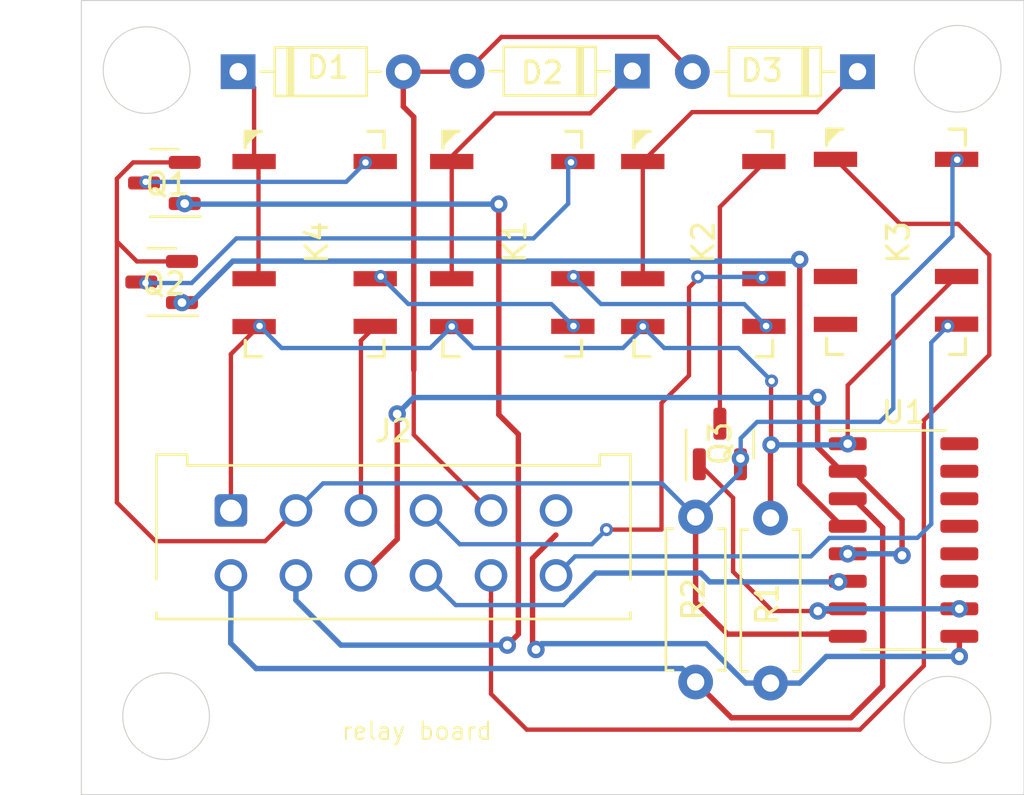
<source format=kicad_pcb>
(kicad_pcb (version 20221018) (generator pcbnew)
  (layers (0 "F.Cu" signal) (31 "B.Cu" signal) (34 "B.Paste" user) (35 "F.Paste" user) (36 "B.SilkS" user "B.Silkscreen") (37 "F.SilkS" user "F.Silkscreen") (38 "B.Mask" user) (39 "F.Mask" user) (44 "Edge.Cuts" user))
  (net 0 "")
  (net 1 "BMS Fault")
  (net 2 "+12V")
  (net 3 "IMD Fault")
  (net 4 "Net-(D1-K)")
  (net 5 "SW")
  (net 6 "Net-(D2-K)")
  (net 7 "Net-(D3-K)")
  (net 8 "GND")
  (net 9 "SDC 2")
  (net 10 "SDC 1")
  (net 11 "BSPD Fault")
  (net 12 "IMD_indicator")
  (net 13 "BMS_indicator")
  (net 14 "Net-(Q2-G)")
  (net 15 "Net-(Q3-G)")
  (net 16 "Net-(K1-Pad6)")
  (net 17 "Net-(K1-Pad5)")
  (net 18 "/Drain_IMD")
  (net 19 "/Drain_BMS")
  (net 20 "/Drain_BSPD")
  (net 22 "BMS_charge")
  (net 24 "BMS_power")
  (footprint "Diode_THT:D_DO-35_SOD27_P7.62mm_Horizontal" (layer "F.Cu") (at 122.86 84.5 180)
    (fp_text reference "D2" (at 4.1656 -0.0762) (layer "F.SilkS"))
    (fp_text value "1N4148")
    (fp_line (start 1.04 0) (end 1.69 0) (stroke (width 0.12)) (layer "F.SilkS"))
    (fp_line (start 1.69 -1.12) (end 1.69 1.12) (stroke (width 0.12)) (layer "F.SilkS"))
    (fp_line (start 1.69 1.12) (end 5.93 1.12) (stroke (width 0.12)) (layer "F.SilkS"))
    (fp_line (start 2.29 -1.12) (end 2.29 1.12) (stroke (width 0.12)) (layer "F.SilkS"))
    (fp_line (start 2.41 -1.12) (end 2.41 1.12) (stroke (width 0.12)) (layer "F.SilkS"))
    (fp_line (start 2.53 -1.12) (end 2.53 1.12) (stroke (width 0.12)) (layer "F.SilkS"))
    (fp_line (start 5.93 -1.12) (end 1.69 -1.12) (stroke (width 0.12)) (layer "F.SilkS"))
    (fp_line (start 5.93 1.12) (end 5.93 -1.12) (stroke (width 0.12)) (layer "F.SilkS"))
    (fp_line (start 6.58 0) (end 5.93 0) (stroke (width 0.12)) (layer "F.SilkS"))
    (pad "1" thru_hole rect (at 0 0 180) (size 1.6 1.6) (drill 0.8) (layers "*.Cu" "*.Mask") (net 6 "Net-(D2-K)"))
    (pad "2" thru_hole oval (at 7.62 0 180) (size 1.6 1.6) (drill 0.8) (layers "*.Cu" "*.Mask") (net 5 "SW"))
  )
  (footprint "Relay_SMD:Relay_DPDT_AXICOM_IMSeries_JLeg" (layer "F.Cu") (at 135.0264 92.3798)
    (fp_text reference "K3" (at 0.1016 0.0254 90) (layer "F.SilkS"))
    (fp_text value "1462043-4")
    (fp_line (start -3.2 -5.2) (end -3.2 -4.45) (stroke (width 0.15)) (layer "F.SilkS"))
    (fp_line (start -3.2 4.45) (end -3.2 5.2) (stroke (width 0.15)) (layer "F.SilkS"))
    (fp_line (start -3.2 5.2) (end -2.45 5.2) (stroke (width 0.15)) (layer "F.SilkS"))
    (fp_line (start -3.05 -5.2) (end -3.2 -5.05) (stroke (width 0.15)) (layer "F.SilkS"))
    (fp_line (start -2.9 -5.2) (end -3.2 -4.9) (stroke (width 0.15)) (layer "F.SilkS"))
    (fp_line (start -2.75 -5.2) (end -3.2 -4.75) (stroke (width 0.15)) (layer "F.SilkS"))
    (fp_line (start -2.6 -5.2) (end -3.2 -4.6) (stroke (width 0.15)) (layer "F.SilkS"))
    (fp_line (start -2.45 -5.2) (end -3.2 -5.2) (stroke (width 0.15)) (layer "F.SilkS"))
    (fp_line (start 2.45 -5.2) (end 3.2 -5.2) (stroke (width 0.15)) (layer "F.SilkS"))
    (fp_line (start 2.45 5.2) (end 3.2 5.2) (stroke (width 0.15)) (layer "F.SilkS"))
    (fp_line (start 3.2 -5.2) (end 3.2 -4.45) (stroke (width 0.15)) (layer "F.SilkS"))
    (fp_line (start 3.2 4.45) (end 3.2 5.2) (stroke (width 0.15)) (layer "F.SilkS"))
    (pad "1" smd rect (at -2.794 -3.81) (size 2 0.7) (layers "F.Cu" "F.Paste" "F.Mask") (net 24 "BMS_power"))
    (pad "3" smd rect (at -2.794 1.6) (size 2 0.7) (layers "F.Cu" "F.Paste" "F.Mask"))
    (pad "4" smd rect (at -2.794 3.81) (size 2 0.7) (layers "F.Cu" "F.Paste" "F.Mask"))
    (pad "5" smd rect (at 2.794 3.8) (size 2 0.7) (layers "F.Cu" "F.Paste" "F.Mask") (net 22 "BMS_charge"))
    (pad "6" smd rect (at 2.794 1.6) (size 2 0.7) (layers "F.Cu" "F.Paste" "F.Mask") (net 2 "+12V"))
    (pad "8" smd rect (at 2.794 -3.81) (size 2 0.7) (layers "F.Cu" "F.Paste" "F.Mask") (net 8 "GND"))
  )
  (footprint "Connector_Molex:Molex_Micro-Fit_3.0_43045-1212_2x06_P3.00mm_Vertical" (layer "F.Cu") (at 104.34 104.78)
    (fp_text reference "J2" (at 7.5 -3.67) (layer "F.SilkS"))
    (fp_text value "043045-1212")
    (fp_line (start -3.435 -2.58) (end -2.015 -2.58) (stroke (width 0.12)) (layer "F.SilkS"))
    (fp_line (start -3.435 3.18) (end -3.435 -2.58) (stroke (width 0.12)) (layer "F.SilkS"))
    (fp_line (start -3.435 4.7) (end -3.435 5.01) (stroke (width 0.12)) (layer "F.SilkS"))
    (fp_line (start -3.435 5.01) (end 18.435 5.01) (stroke (width 0.12)) (layer "F.SilkS"))
    (fp_line (start -2.015 -2.58) (end -2.015 -2.08) (stroke (width 0.12)) (layer "F.SilkS"))
    (fp_line (start -2.015 -2.08) (end 17.015 -2.08) (stroke (width 0.12)) (layer "F.SilkS"))
    (fp_line (start 17.015 -2.58) (end 18.435 -2.58) (stroke (width 0.12)) (layer "F.SilkS"))
    (fp_line (start 17.015 -2.08) (end 17.015 -2.58) (stroke (width 0.12)) (layer "F.SilkS"))
    (fp_line (start 18.435 -2.58) (end 18.435 3.18) (stroke (width 0.12)) (layer "F.SilkS"))
    (fp_line (start 18.435 5.01) (end 18.435 4.7) (stroke (width 0.12)) (layer "F.SilkS"))
    (pad "" np_thru_hole circle (at -3 3.94) (size 1 1) (drill 1) (layers "*.Cu" "*.Mask"))
    (pad "" np_thru_hole circle (at 18 3.94) (size 1 1) (drill 1) (layers "*.Cu" "*.Mask"))
    (pad "1" thru_hole roundrect (at 0 0) (size 1.5 1.5) (drill 1) (layers "*.Cu" "*.Mask") (roundrect_rratio 0.1666673333) (net 2 "+12V"))
    (pad "2" thru_hole circle (at 3 0) (size 1.5 1.5) (drill 1) (layers "*.Cu" "*.Mask") (net 8 "GND"))
    (pad "3" thru_hole circle (at 6 0) (size 1.5 1.5) (drill 1) (layers "*.Cu" "*.Mask") (net 10 "SDC 1"))
    (pad "4" thru_hole circle (at 9 0) (size 1.5 1.5) (drill 1) (layers "*.Cu" "*.Mask") (net 9 "SDC 2"))
    (pad "5" thru_hole circle (at 12 0) (size 1.5 1.5) (drill 1) (layers "*.Cu" "*.Mask") (net 5 "SW"))
    (pad "6" thru_hole circle (at 15 0) (size 1.5 1.5) (drill 1) (layers "*.Cu" "*.Mask") (net 1 "BMS Fault"))
    (pad "7" thru_hole circle (at 0 3) (size 1.5 1.5) (drill 1) (layers "*.Cu" "*.Mask") (net 3 "IMD Fault"))
    (pad "8" thru_hole circle (at 3 3) (size 1.5 1.5) (drill 1) (layers "*.Cu" "*.Mask") (net 11 "BSPD Fault"))
    (pad "9" thru_hole circle (at 6 3) (size 1.5 1.5) (drill 1) (layers "*.Cu" "*.Mask") (net 12 "IMD_indicator"))
    (pad "10" thru_hole circle (at 9 3) (size 1.5 1.5) (drill 1) (layers "*.Cu" "*.Mask") (net 13 "BMS_indicator"))
    (pad "11" thru_hole circle (at 12 3) (size 1.5 1.5) (drill 1) (layers "*.Cu" "*.Mask") (net 24 "BMS_power"))
    (pad "12" thru_hole circle (at 15 3) (size 1.5 1.5) (drill 1) (layers "*.Cu" "*.Mask") (net 22 "BMS_charge"))
  )
  (footprint "Diode_THT:D_DO-35_SOD27_P7.62mm_Horizontal" (layer "F.Cu") (at 104.6736 84.5254)
    (fp_text reference "D1" (at 4.1402 -0.2032) (layer "F.SilkS"))
    (fp_text value "1N4148")
    (fp_line (start 1.04 0) (end 1.69 0) (stroke (width 0.12)) (layer "F.SilkS"))
    (fp_line (start 1.69 -1.12) (end 1.69 1.12) (stroke (width 0.12)) (layer "F.SilkS"))
    (fp_line (start 1.69 1.12) (end 5.93 1.12) (stroke (width 0.12)) (layer "F.SilkS"))
    (fp_line (start 2.29 -1.12) (end 2.29 1.12) (stroke (width 0.12)) (layer "F.SilkS"))
    (fp_line (start 2.41 -1.12) (end 2.41 1.12) (stroke (width 0.12)) (layer "F.SilkS"))
    (fp_line (start 2.53 -1.12) (end 2.53 1.12) (stroke (width 0.12)) (layer "F.SilkS"))
    (fp_line (start 5.93 -1.12) (end 1.69 -1.12) (stroke (width 0.12)) (layer "F.SilkS"))
    (fp_line (start 5.93 1.12) (end 5.93 -1.12) (stroke (width 0.12)) (layer "F.SilkS"))
    (fp_line (start 6.58 0) (end 5.93 0) (stroke (width 0.12)) (layer "F.SilkS"))
    (pad "1" thru_hole rect (at 0 0) (size 1.6 1.6) (drill 0.8) (layers "*.Cu" "*.Mask") (net 4 "Net-(D1-K)"))
    (pad "2" thru_hole oval (at 7.62 0) (size 1.6 1.6) (drill 0.8) (layers "*.Cu" "*.Mask") (net 5 "SW"))
  )
  (footprint "Resistor_THT:R_Axial_DIN0207_L6.3mm_D2.5mm_P7.62mm_Horizontal" (layer "F.Cu") (at 125.7808 112.6998 90)
    (fp_text reference "R2" (at 3.81 -0.1016 90) (layer "F.SilkS"))
    (fp_text value "2.2k")
    (fp_line (start 0.54 -1.37) (end 7.08 -1.37) (stroke (width 0.12)) (layer "F.SilkS"))
    (fp_line (start 0.54 -1.04) (end 0.54 -1.37) (stroke (width 0.12)) (layer "F.SilkS"))
    (fp_line (start 0.54 1.04) (end 0.54 1.37) (stroke (width 0.12)) (layer "F.SilkS"))
    (fp_line (start 0.54 1.37) (end 7.08 1.37) (stroke (width 0.12)) (layer "F.SilkS"))
    (fp_line (start 7.08 -1.37) (end 7.08 -1.04) (stroke (width 0.12)) (layer "F.SilkS"))
    (fp_line (start 7.08 1.37) (end 7.08 1.04) (stroke (width 0.12)) (layer "F.SilkS"))
    (pad "1" thru_hole circle (at 0 0 90) (size 1.6 1.6) (drill 0.8) (layers "*.Cu" "*.Mask") (net 3 "IMD Fault"))
    (pad "2" thru_hole oval (at 7.62 0 90) (size 1.6 1.6) (drill 0.8) (layers "*.Cu" "*.Mask") (net 8 "GND"))
  )
  (footprint "Relay_SMD:Relay_DPDT_AXICOM_IMSeries_JLeg" (layer "F.Cu") (at 117.3226 92.4814)
    (fp_text reference "K1" (at 0.127 -0.1016 90) (layer "F.SilkS"))
    (fp_text value "1462043-4")
    (fp_line (start -3.2 -5.2) (end -3.2 -4.45) (stroke (width 0.15)) (layer "F.SilkS"))
    (fp_line (start -3.2 4.45) (end -3.2 5.2) (stroke (width 0.15)) (layer "F.SilkS"))
    (fp_line (start -3.2 5.2) (end -2.45 5.2) (stroke (width 0.15)) (layer "F.SilkS"))
    (fp_line (start -3.05 -5.2) (end -3.2 -5.05) (stroke (width 0.15)) (layer "F.SilkS"))
    (fp_line (start -2.9 -5.2) (end -3.2 -4.9) (stroke (width 0.15)) (layer "F.SilkS"))
    (fp_line (start -2.75 -5.2) (end -3.2 -4.75) (stroke (width 0.15)) (layer "F.SilkS"))
    (fp_line (start -2.6 -5.2) (end -3.2 -4.6) (stroke (width 0.15)) (layer "F.SilkS"))
    (fp_line (start -2.45 -5.2) (end -3.2 -5.2) (stroke (width 0.15)) (layer "F.SilkS"))
    (fp_line (start 2.45 -5.2) (end 3.2 -5.2) (stroke (width 0.15)) (layer "F.SilkS"))
    (fp_line (start 2.45 5.2) (end 3.2 5.2) (stroke (width 0.15)) (layer "F.SilkS"))
    (fp_line (start 3.2 -5.2) (end 3.2 -4.45) (stroke (width 0.15)) (layer "F.SilkS"))
    (fp_line (start 3.2 4.45) (end 3.2 5.2) (stroke (width 0.15)) (layer "F.SilkS"))
    (pad "1" smd rect (at -2.794 -3.81) (size 2 0.7) (layers "F.Cu" "F.Paste" "F.Mask") (net 6 "Net-(D2-K)"))
    (pad "3" smd rect (at -2.794 1.6) (size 2 0.7) (layers "F.Cu" "F.Paste" "F.Mask") (net 6 "Net-(D2-K)"))
    (pad "4" smd rect (at -2.794 3.81) (size 2 0.7) (layers "F.Cu" "F.Paste" "F.Mask") (net 2 "+12V"))
    (pad "5" smd rect (at 2.794 3.8) (size 2 0.7) (layers "F.Cu" "F.Paste" "F.Mask") (net 17 "Net-(K1-Pad5)"))
    (pad "6" smd rect (at 2.794 1.6) (size 2 0.7) (layers "F.Cu" "F.Paste" "F.Mask") (net 16 "Net-(K1-Pad6)"))
    (pad "8" smd rect (at 2.794 -3.81) (size 2 0.7) (layers "F.Cu" "F.Paste" "F.Mask") (net 18 "/Drain_IMD"))
  )
  (footprint "Package_SO:SO-16_3.9x9.9mm_P1.27mm" (layer "F.Cu") (at 135.3724 106.1466)
    (fp_text reference "U1" (at 0 -5.9) (layer "F.SilkS"))
    (fp_text value "HEF4049B")
    (fp_line (start 0 -5.06) (end -3.45 -5.06) (stroke (width 0.12)) (layer "F.SilkS"))
    (fp_line (start 0 -5.06) (end 1.95 -5.06) (stroke (width 0.12)) (layer "F.SilkS"))
    (fp_line (start 0 5.06) (end -1.95 5.06) (stroke (width 0.12)) (layer "F.SilkS"))
    (fp_line (start 0 5.06) (end 1.95 5.06) (stroke (width 0.12)) (layer "F.SilkS"))
    (pad "1" smd roundrect (at -2.575 -4.445) (size 1.75 0.6) (layers "F.Cu" "F.Paste" "F.Mask") (net 2 "+12V"))
    (pad "2" smd roundrect (at -2.575 -3.175) (size 1.75 0.6) (layers "F.Cu" "F.Paste" "F.Mask") (net 12 "IMD_indicator"))
    (pad "3" smd roundrect (at -2.575 -1.905) (size 1.75 0.6) (layers "F.Cu" "F.Paste" "F.Mask") (net 3 "IMD Fault"))
    (pad "4" smd roundrect (at -2.575 -0.635) (size 1.75 0.6) (layers "F.Cu" "F.Paste" "F.Mask") (net 14 "Net-(Q2-G)"))
    (pad "5" smd roundrect (at -2.575 0.635) (size 1.75 0.6) (layers "F.Cu" "F.Paste" "F.Mask") (net 12 "IMD_indicator"))
    (pad "6" smd roundrect (at -2.575 1.905) (size 1.75 0.6) (layers "F.Cu" "F.Paste" "F.Mask") (net 13 "BMS_indicator"))
    (pad "7" smd roundrect (at -2.575 3.175) (size 1.75 0.6) (layers "F.Cu" "F.Paste" "F.Mask") (net 15 "Net-(Q3-G)"))
    (pad "8" smd roundrect (at -2.575 4.445) (size 1.75 0.6) (layers "F.Cu" "F.Paste" "F.Mask") (net 8 "GND"))
    (pad "9" smd roundrect (at 2.575 4.445) (size 1.75 0.6) (layers "F.Cu" "F.Paste" "F.Mask") (net 1 "BMS Fault"))
    (pad "10" smd roundrect (at 2.575 3.175) (size 1.75 0.6) (layers "F.Cu" "F.Paste" "F.Mask") (net 15 "Net-(Q3-G)"))
    (pad "11" smd roundrect (at 2.575 1.905) (size 1.75 0.6) (layers "F.Cu" "F.Paste" "F.Mask"))
    (pad "12" smd roundrect (at 2.575 0.635) (size 1.75 0.6) (layers "F.Cu" "F.Paste" "F.Mask"))
    (pad "13" smd roundrect (at 2.575 -0.635) (size 1.75 0.6) (layers "F.Cu" "F.Paste" "F.Mask"))
    (pad "14" smd roundrect (at 2.575 -1.905) (size 1.75 0.6) (layers "F.Cu" "F.Paste" "F.Mask"))
    (pad "15" smd roundrect (at 2.575 -3.175) (size 1.75 0.6) (layers "F.Cu" "F.Paste" "F.Mask"))
    (pad "16" smd roundrect (at 2.575 -4.445) (size 1.75 0.6) (layers "F.Cu" "F.Paste" "F.Mask"))
  )
  (footprint "Relay_SMD:Relay_DPDT_AXICOM_IMSeries_JLeg" (layer "F.Cu") (at 126.1364 92.4814)
    (fp_text reference "K2" (at 0 -0.0762 90) (layer "F.SilkS"))
    (fp_text value "1462043-4" hide)
    (fp_line (start -3.2 -5.2) (end -3.2 -4.45) (stroke (width 0.15)) (layer "F.SilkS"))
    (fp_line (start -3.2 4.45) (end -3.2 5.2) (stroke (width 0.15)) (layer "F.SilkS"))
    (fp_line (start -3.2 5.2) (end -2.45 5.2) (stroke (width 0.15)) (layer "F.SilkS"))
    (fp_line (start -3.05 -5.2) (end -3.2 -5.05) (stroke (width 0.15)) (layer "F.SilkS"))
    (fp_line (start -2.9 -5.2) (end -3.2 -4.9) (stroke (width 0.15)) (layer "F.SilkS"))
    (fp_line (start -2.75 -5.2) (end -3.2 -4.75) (stroke (width 0.15)) (layer "F.SilkS"))
    (fp_line (start -2.6 -5.2) (end -3.2 -4.6) (stroke (width 0.15)) (layer "F.SilkS"))
    (fp_line (start -2.45 -5.2) (end -3.2 -5.2) (stroke (width 0.15)) (layer "F.SilkS"))
    (fp_line (start 2.45 -5.2) (end 3.2 -5.2) (stroke (width 0.15)) (layer "F.SilkS"))
    (fp_line (start 2.45 5.2) (end 3.2 5.2) (stroke (width 0.15)) (layer "F.SilkS"))
    (fp_line (start 3.2 -5.2) (end 3.2 -4.45) (stroke (width 0.15)) (layer "F.SilkS"))
    (fp_line (start 3.2 4.45) (end 3.2 5.2) (stroke (width 0.15)) (layer "F.SilkS"))
    (pad "1" smd rect (at -2.794 -3.81) (size 2 0.7) (layers "F.Cu" "F.Paste" "F.Mask") (net 7 "Net-(D3-K)"))
    (pad "3" smd rect (at -2.794 1.6) (size 2 0.7) (layers "F.Cu" "F.Paste" "F.Mask") (net 7 "Net-(D3-K)"))
    (pad "4" smd rect (at -2.794 3.81) (size 2 0.7) (layers "F.Cu" "F.Paste" "F.Mask") (net 2 "+12V"))
    (pad "5" smd rect (at 2.794 3.8) (size 2 0.7) (layers "F.Cu" "F.Paste" "F.Mask") (net 16 "Net-(K1-Pad6)"))
    (pad "6" smd rect (at 2.794 1.6) (size 2 0.7) (layers "F.Cu" "F.Paste" "F.Mask") (net 9 "SDC 2"))
    (pad "8" smd rect (at 2.794 -3.81) (size 2 0.7) (layers "F.Cu" "F.Paste" "F.Mask") (net 19 "/Drain_BMS"))
  )
  (footprint "Package_TO_SOT_SMD:SOT-23" (layer "F.Cu") (at 101.1451 94.234 180)
    (fp_text reference "Q2" (at -0.1039 -0.0762) (layer "F.SilkS"))
    (fp_text value "PJA3412_R1_00001")
    (fp_line (start 0 -1.56) (end -1.675 -1.56) (stroke (width 0.12)) (layer "F.SilkS"))
    (fp_line (start 0 -1.56) (end 0.65 -1.56) (stroke (width 0.12)) (layer "F.SilkS"))
    (fp_line (start 0 1.56) (end -0.65 1.56) (stroke (width 0.12)) (layer "F.SilkS"))
    (fp_line (start 0 1.56) (end 0.65 1.56) (stroke (width 0.12)) (layer "F.SilkS"))
    (pad "1" smd roundrect (at -0.9375 -0.95 180) (size 1.475 0.6) (layers "F.Cu" "F.Paste" "F.Mask") (net 14 "Net-(Q2-G)"))
    (pad "2" smd roundrect (at -0.9375 0.95 180) (size 1.475 0.6) (layers "F.Cu" "F.Paste" "F.Mask") (net 8 "GND"))
    (pad "3" smd roundrect (at 0.9375 0 180) (size 1.475 0.6) (layers "F.Cu" "F.Paste" "F.Mask") (net 18 "/Drain_IMD"))
  )
  (footprint "Package_TO_SOT_SMD:SOT-23" (layer "F.Cu") (at 126.9 101.7125 90)
    (fp_text reference "Q3" (at 0.0254 0.0102 90) (layer "F.SilkS"))
    (fp_text value "PJA3412_R1_00001")
    (fp_line (start 0 -1.56) (end -1.675 -1.56) (stroke (width 0.12)) (layer "F.SilkS"))
    (fp_line (start 0 -1.56) (end 0.65 -1.56) (stroke (width 0.12)) (layer "F.SilkS"))
    (fp_line (start 0 1.56) (end -0.65 1.56) (stroke (width 0.12)) (layer "F.SilkS"))
    (fp_line (start 0 1.56) (end 0.65 1.56) (stroke (width 0.12)) (layer "F.SilkS"))
    (pad "1" smd roundrect (at -0.9375 -0.95 90) (size 1.475 0.6) (layers "F.Cu" "F.Paste" "F.Mask") (net 15 "Net-(Q3-G)"))
    (pad "2" smd roundrect (at -0.9375 0.95 90) (size 1.475 0.6) (layers "F.Cu" "F.Paste" "F.Mask") (net 8 "GND"))
    (pad "3" smd roundrect (at 0.9375 0 90) (size 1.475 0.6) (layers "F.Cu" "F.Paste" "F.Mask") (net 19 "/Drain_BMS"))
  )
  (footprint "Relay_SMD:Relay_DPDT_AXICOM_IMSeries_JLeg" (layer "F.Cu") (at 108.204 92.4814)
    (fp_text reference "K4" (at 0.1016 -0.0762 90) (layer "F.SilkS"))
    (fp_text value "1462043-4")
    (fp_line (start -3.2 -5.2) (end -3.2 -4.45) (stroke (width 0.15)) (layer "F.SilkS"))
    (fp_line (start -3.2 4.45) (end -3.2 5.2) (stroke (width 0.15)) (layer "F.SilkS"))
    (fp_line (start -3.2 5.2) (end -2.45 5.2) (stroke (width 0.15)) (layer "F.SilkS"))
    (fp_line (start -3.05 -5.2) (end -3.2 -5.05) (stroke (width 0.15)) (layer "F.SilkS"))
    (fp_line (start -2.9 -5.2) (end -3.2 -4.9) (stroke (width 0.15)) (layer "F.SilkS"))
    (fp_line (start -2.75 -5.2) (end -3.2 -4.75) (stroke (width 0.15)) (layer "F.SilkS"))
    (fp_line (start -2.6 -5.2) (end -3.2 -4.6) (stroke (width 0.15)) (layer "F.SilkS"))
    (fp_line (start -2.45 -5.2) (end -3.2 -5.2) (stroke (width 0.15)) (layer "F.SilkS"))
    (fp_line (start 2.45 -5.2) (end 3.2 -5.2) (stroke (width 0.15)) (layer "F.SilkS"))
    (fp_line (start 2.45 5.2) (end 3.2 5.2) (stroke (width 0.15)) (layer "F.SilkS"))
    (fp_line (start 3.2 -5.2) (end 3.2 -4.45) (stroke (width 0.15)) (layer "F.SilkS"))
    (fp_line (start 3.2 4.45) (end 3.2 5.2) (stroke (width 0.15)) (layer "F.SilkS"))
    (pad "1" smd rect (at -2.794 -3.81) (size 2 0.7) (layers "F.Cu" "F.Paste" "F.Mask") (net 4 "Net-(D1-K)"))
    (pad "3" smd rect (at -2.794 1.6) (size 2 0.7) (layers "F.Cu" "F.Paste" "F.Mask") (net 4 "Net-(D1-K)"))
    (pad "4" smd rect (at -2.794 3.81) (size 2 0.7) (layers "F.Cu" "F.Paste" "F.Mask") (net 2 "+12V"))
    (pad "5" smd rect (at 2.794 3.8) (size 2 0.7) (layers "F.Cu" "F.Paste" "F.Mask") (net 10 "SDC 1"))
    (pad "6" smd rect (at 2.794 1.6) (size 2 0.7) (layers "F.Cu" "F.Paste" "F.Mask") (net 17 "Net-(K1-Pad5)"))
    (pad "8" smd rect (at 2.794 -3.81) (size 2 0.7) (layers "F.Cu" "F.Paste" "F.Mask") (net 20 "/Drain_BSPD"))
  )
  (footprint "Package_TO_SOT_SMD:SOT-23" (layer "F.Cu") (at 101.2698 89.662 180)
    (fp_text reference "Q1" (at -0.127 -0.0508) (layer "F.SilkS"))
    (fp_text value "PJA3412_R1_00001")
    (fp_line (start 0 -1.56) (end -1.675 -1.56) (stroke (width 0.12)) (layer "F.SilkS"))
    (fp_line (start 0 -1.56) (end 0.65 -1.56) (stroke (width 0.12)) (layer "F.SilkS"))
    (fp_line (start 0 1.56) (end -0.65 1.56) (stroke (width 0.12)) (layer "F.SilkS"))
    (fp_line (start 0 1.56) (end 0.65 1.56) (stroke (width 0.12)) (layer "F.SilkS"))
    (pad "1" smd roundrect (at -0.9375 -0.95 180) (size 1.475 0.6) (layers "F.Cu" "F.Paste" "F.Mask") (net 11 "BSPD Fault"))
    (pad "2" smd roundrect (at -0.9375 0.95 180) (size 1.475 0.6) (layers "F.Cu" "F.Paste" "F.Mask") (net 8 "GND"))
    (pad "3" smd roundrect (at 0.9375 0 180) (size 1.475 0.6) (layers "F.Cu" "F.Paste" "F.Mask") (net 20 "/Drain_BSPD"))
  )
  (footprint "Diode_THT:D_DO-35_SOD27_P7.62mm_Horizontal" (layer "F.Cu") (at 133.2486 84.5254 180)
    (fp_text reference "D3" (at 4.4196 0.0508) (layer "F.SilkS"))
    (fp_text value "1N4148")
    (fp_line (start 1.04 0) (end 1.69 0) (stroke (width 0.12)) (layer "F.SilkS"))
    (fp_line (start 1.69 -1.12) (end 1.69 1.12) (stroke (width 0.12)) (layer "F.SilkS"))
    (fp_line (start 1.69 1.12) (end 5.93 1.12) (stroke (width 0.12)) (layer "F.SilkS"))
    (fp_line (start 2.29 -1.12) (end 2.29 1.12) (stroke (width 0.12)) (layer "F.SilkS"))
    (fp_line (start 2.41 -1.12) (end 2.41 1.12) (stroke (width 0.12)) (layer "F.SilkS"))
    (fp_line (start 2.53 -1.12) (end 2.53 1.12) (stroke (width 0.12)) (layer "F.SilkS"))
    (fp_line (start 5.93 -1.12) (end 1.69 -1.12) (stroke (width 0.12)) (layer "F.SilkS"))
    (fp_line (start 5.93 1.12) (end 5.93 -1.12) (stroke (width 0.12)) (layer "F.SilkS"))
    (fp_line (start 6.58 0) (end 5.93 0) (stroke (width 0.12)) (layer "F.SilkS"))
    (pad "1" thru_hole rect (at 0 0 180) (size 1.6 1.6) (drill 0.8) (layers "*.Cu" "*.Mask") (net 7 "Net-(D3-K)"))
    (pad "2" thru_hole oval (at 7.62 0 180) (size 1.6 1.6) (drill 0.8) (layers "*.Cu" "*.Mask") (net 5 "SW"))
  )
  (footprint "Resistor_THT:R_Axial_DIN0207_L6.3mm_D2.5mm_P7.62mm_Horizontal" (layer "F.Cu") (at 129.2352 112.7506 90)
    (fp_text reference "R1" (at 3.6576 -0.1524 90) (layer "F.SilkS"))
    (fp_text value "2.2k")
    (fp_line (start 0.54 -1.37) (end 7.08 -1.37) (stroke (width 0.12)) (layer "F.SilkS"))
    (fp_line (start 0.54 -1.04) (end 0.54 -1.37) (stroke (width 0.12)) (layer "F.SilkS"))
    (fp_line (start 0.54 1.04) (end 0.54 1.37) (stroke (width 0.12)) (layer "F.SilkS"))
    (fp_line (start 0.54 1.37) (end 7.08 1.37) (stroke (width 0.12)) (layer "F.SilkS"))
    (fp_line (start 7.08 -1.37) (end 7.08 -1.04) (stroke (width 0.12)) (layer "F.SilkS"))
    (fp_line (start 7.08 1.37) (end 7.08 1.04) (stroke (width 0.12)) (layer "F.SilkS"))
    (pad "1" thru_hole circle (at 0 0 90) (size 1.6 1.6) (drill 0.8) (layers "*.Cu" "*.Mask") (net 1 "BMS Fault"))
    (pad "2" thru_hole oval (at 7.62 0 90) (size 1.6 1.6) (drill 0.8) (layers "*.Cu" "*.Mask") (net 2 "+12V"))
  )
  (gr_circle (center 137.87 84.39) (end 139.87 84.39) (stroke (width 0.05)) (fill none) (layer "Edge.Cuts"))
  (gr_circle (center 137.4 114.44) (end 139.4 114.44) (stroke (width 0.05)) (fill none) (layer "Edge.Cuts"))
  (gr_rect (start 97.44 81.24) (end 140.93 117.9) (stroke (width 0.05)) (fill none) (layer "Edge.Cuts"))
  (gr_circle (center 101.35 114.28) (end 103.35 114.28) (stroke (width 0.05)) (fill none) (layer "Edge.Cuts"))
  (gr_circle (center 100.45 84.45) (end 102.45 84.45) (stroke (width 0.05)) (fill none) (layer "Edge.Cuts"))
  (gr_text "relay board" (at 109.39 115.43) (layer "F.SilkS") (effects (font (size 0.8 0.8) (thickness 0.1)) (justify left bottom)))
  (segment (start 118.257 106.9902) (end 118.257 111.0434) (width 0.25) (layer "F.Cu") (net 1))
  (segment (start 118.257 111.0434) (end 118.4148 111.2012) (width 0.25) (layer "F.Cu") (net 1))
  (segment (start 119.332 105.9152) (end 118.257 106.9902) (width 0.25) (layer "F.Cu") (net 1))
  (segment (start 137.9474 111.52) (end 137.9474 110.5916) (width 0.25) (layer "F.Cu") (net 1))
  (via (at 118.4148 111.2012) (size 0.8) (drill 0.4) (layers "F.Cu" "B.Cu") (net 1))
  (via (at 137.9474 111.52) (size 0.8) (drill 0.4) (layers "F.Cu" "B.Cu") (net 1))
  (segment (start 128.0906 112.7506) (end 126.27 110.93) (width 0.25) (layer "B.Cu") (net 1))
  (segment (start 129.2352 112.7506) (end 128.0906 112.7506) (width 0.25) (layer "B.Cu") (net 1))
  (segment (start 137.9474 111.52) (end 131.81 111.52) (width 0.25) (layer "B.Cu") (net 1))
  (segment (start 131.81 111.52) (end 130.5794 112.7506) (width 0.25) (layer "B.Cu") (net 1))
  (segment (start 130.5794 112.7506) (end 129.2352 112.7506) (width 0.25) (layer "B.Cu") (net 1))
  (segment (start 126.27 110.93) (end 118.686 110.93) (width 0.25) (layer "B.Cu") (net 1))
  (segment (start 118.686 110.93) (end 118.4148 111.2012) (width 0.25) (layer "B.Cu") (net 1))
  (segment (start 104.34 104.78) (end 104.34 97.5646) (width 0.2) (layer "F.Cu") (net 2))
  (segment (start 105.6386 96.266) (end 105.664 96.266) (width 0.2) (layer "F.Cu") (net 2))
  (segment (start 129.286 98.806) (end 129.2606 98.8314) (width 0.2) (layer "F.Cu") (net 2))
  (segment (start 132.7974 101.7016) (end 132.7974 99.0028) (width 0.2) (layer "F.Cu") (net 2))
  (segment (start 129.2352 101.7778) (end 129.2606 101.7524) (width 0.25) (layer "F.Cu") (net 2))
  (segment (start 104.332 97.5726) (end 104.4673 97.4373) (width 0.2) (layer "F.Cu") (net 2))
  (segment (start 129.2352 105.1306) (end 129.2352 101.7778) (width 0.25) (layer "F.Cu") (net 2))
  (segment (start 104.34 97.5646) (end 104.4673 97.4373) (width 0.2) (layer "F.Cu") (net 2))
  (segment (start 129.2606 98.8314) (end 129.2606 101.7524) (width 0.2) (layer "F.Cu") (net 2))
  (segment (start 105.664 96.266) (end 105.664 96.2406) (width 0.2) (layer "F.Cu") (net 2))
  (segment (start 105.664 96.2406) (end 105.6132 96.2914) (width 0.2) (layer "F.Cu") (net 2))
  (segment (start 104.4673 97.4373) (end 105.6386 96.266) (width 0.2) (layer "F.Cu") (net 2))
  (segment (start 132.7974 99.0028) (end 137.8204 93.9798) (width 0.2) (layer "F.Cu") (net 2))
  (via (at 114.5286 96.2914) (size 0.6) (drill 0.3) (layers "F.Cu" "B.Cu") (net 2))
  (via (at 132.7974 101.7016) (size 0.8) (drill 0.4) (layers "F.Cu" "B.Cu") (net 2))
  (via (at 105.664 96.266) (size 0.6) (drill 0.3) (layers "F.Cu" "B.Cu") (net 2))
  (via (at 129.286 98.806) (size 0.6) (drill 0.3) (layers "F.Cu" "B.Cu") (net 2))
  (via (at 123.3424 96.2914) (size 0.6) (drill 0.3) (layers "F.Cu" "B.Cu") (net 2))
  (via (at 129.2606 101.7524) (size 0.8) (drill 0.4) (layers "F.Cu" "B.Cu") (net 2))
  (segment (start 129.2606 101.7524) (end 132.7466 101.7524) (width 0.25) (layer "B.Cu") (net 2))
  (segment (start 127.762 97.282) (end 124.333 97.282) (width 0.2) (layer "B.Cu") (net 2))
  (segment (start 129.286 98.806) (end 127.762 97.282) (width 0.2) (layer "B.Cu") (net 2))
  (segment (start 105.664 96.266) (end 106.68 97.282) (width 0.2) (layer "B.Cu") (net 2))
  (segment (start 115.5192 97.282) (end 122.428 97.282) (width 0.2) (layer "B.Cu") (net 2))
  (segment (start 124.333 97.282) (end 123.3424 96.2914) (width 0.2) (layer "B.Cu") (net 2))
  (segment (start 123.3424 96.3676) (end 123.3424 96.2914) (width 0.2) (layer "B.Cu") (net 2))
  (segment (start 113.538 97.282) (end 114.5286 96.2914) (width 0.2) (layer "B.Cu") (net 2))
  (segment (start 122.428 97.282) (end 123.3424 96.3676) (width 0.2) (layer "B.Cu") (net 2))
  (segment (start 114.5286 96.2914) (end 115.5192 97.282) (width 0.2) (layer "B.Cu") (net 2))
  (segment (start 106.68 97.282) (end 113.538 97.282) (width 0.2) (layer "B.Cu") (net 2))
  (segment (start 134.41 112.88) (end 134.41 105.577449) (width 0.25) (layer "F.Cu") (net 3))
  (segment (start 132.94 114.35) (end 134.41 112.88) (width 0.25) (layer "F.Cu") (net 3))
  (segment (start 133.074151 104.2416) (end 132.7974 104.2416) (width 0.25) (layer "F.Cu") (net 3))
  (segment (start 127.431 114.35) (end 132.94 114.35) (width 0.25) (layer "F.Cu") (net 3))
  (segment (start 134.41 105.577449) (end 133.074151 104.2416) (width 0.25) (layer "F.Cu") (net 3))
  (segment (start 125.7808 112.6998) (end 127.431 114.35) (width 0.25) (layer "F.Cu") (net 3))
  (segment (start 104.34 107.78) (end 104.34 110.002) (width 0.25) (layer "B.Cu") (net 3))
  (segment (start 104.332 110.01) (end 104.332 110.912) (width 0.25) (layer "B.Cu") (net 3))
  (segment (start 105.5 112.08) (end 125.161 112.08) (width 0.25) (layer "B.Cu") (net 3))
  (segment (start 125.161 112.08) (end 125.7808 112.6998) (width 0.25) (layer "B.Cu") (net 3))
  (segment (start 104.34 110.002) (end 104.332 110.01) (width 0.2) (layer "B.Cu") (net 3))
  (segment (start 104.332 110.912) (end 105.5 112.08) (width 0.25) (layer "B.Cu") (net 3))
  (segment (start 104.6736 84.5254) (end 105.41 85.2618) (width 0.2) (layer "F.Cu") (net 4))
  (segment (start 105.6132 88.6714) (end 105.6132 94.0814) (width 0.2) (layer "F.Cu") (net 4))
  (segment (start 105.41 85.2618) (end 105.41 88.6714) (width 0.2) (layer "F.Cu") (net 4))
  (segment (start 124.0232 82.92) (end 125.6286 84.5254) (width 0.2) (layer "F.Cu") (net 5))
  (segment (start 116.82 82.92) (end 124.0232 82.92) (width 0.2) (layer "F.Cu") (net 5))
  (segment (start 112.2936 84.5254) (end 115.2146 84.5254) (width 0.2) (layer "F.Cu") (net 5))
  (segment (start 115.2146 84.5254) (end 115.24 84.5) (width 0.2) (layer "F.Cu") (net 5))
  (segment (start 112.2936 86.1316) (end 112.776 86.614) (width 0.25) (layer "F.Cu") (net 5))
  (segment (start 116.332 104.842) (end 112.776 101.286) (width 0.2) (layer "F.Cu") (net 5))
  (segment (start 112.776 98.298) (end 112.776 86.614) (width 0.25) (layer "F.Cu") (net 5))
  (segment (start 112.2936 84.5254) (end 112.2936 86.1316) (width 0.25) (layer "F.Cu") (net 5))
  (segment (start 115.24 84.5) (end 116.82 82.92) (width 0.2) (layer "F.Cu") (net 5))
  (segment (start 112.776 101.286) (end 112.776 98.298) (width 0.2) (layer "F.Cu") (net 5))
  (segment (start 115.24 84.5) (end 115.3162 84.5) (width 0.2) (layer "B.Cu") (net 5))
  (segment (start 116.51 86.45) (end 120.91 86.45) (width 0.2) (layer "F.Cu") (net 6))
  (segment (start 114.5286 88.4314) (end 116.51 86.45) (width 0.2) (layer "F.Cu") (net 6))
  (segment (start 114.5286 88.6714) (end 114.5286 88.4314) (width 0.2) (layer "F.Cu") (net 6))
  (segment (start 120.91 86.45) (end 122.86 84.5) (width 0.2) (layer "F.Cu") (net 6))
  (segment (start 122.86 84.5) (end 122.86 85.135) (width 0.2) (layer "F.Cu") (net 6))
  (segment (start 114.5286 88.6714) (end 114.5286 94.0814) (width 0.2) (layer "F.Cu") (net 6))
  (segment (start 123.3424 88.6714) (end 123.3424 94.0814) (width 0.2) (layer "F.Cu") (net 7))
  (segment (start 125.6238 86.39) (end 131.39 86.39) (width 0.2) (layer "F.Cu") (net 7))
  (segment (start 123.3424 88.6714) (end 125.6238 86.39) (width 0.2) (layer "F.Cu") (net 7))
  (segment (start 131.39 86.39) (end 131.39 86.384) (width 0.2) (layer "F.Cu") (net 7))
  (segment (start 131.39 86.384) (end 133.2486 84.5254) (width 0.2) (layer "F.Cu") (net 7))
  (segment (start 100.004 93.284) (end 102.0826 93.284) (width 0.2) (layer "F.Cu") (net 8))
  (segment (start 99.08 89.46) (end 99.08 92.36) (width 0.2) (layer "F.Cu") (net 8))
  (segment (start 125.7808 105.0798) (end 125.7808 109.0168) (width 0.25) (layer "F.Cu") (net 8))
  (segment (start 102.2073 88.712) (end 99.828 88.712) (width 0.2) (layer "F.Cu") (net 8))
  (segment (start 100.866 106.2) (end 99.08 104.414) (width 0.2) (layer "F.Cu") (net 8))
  (segment (start 99.08 92.36) (end 100.004 93.284) (width 0.2) (layer "F.Cu") (net 8))
  (segment (start 107.34 104.78) (end 105.92 106.2) (width 0.2) (layer "F.Cu") (net 8))
  (segment (start 137.8204 88.5698) (end 137.85 88.59) (width 0.2) (layer "F.Cu") (net 8))
  (segment (start 105.92 106.2) (end 100.866 106.2) (width 0.2) (layer "F.Cu") (net 8))
  (segment (start 125.7808 109.0168) (end 127.254 110.49) (width 0.25) (layer "F.Cu") (net 8))
  (segment (start 99.08 104.414) (end 99.08 92.36) (width 0.2) (layer "F.Cu") (net 8))
  (segment (start 127.254 110.49) (end 132.6958 110.49) (width 0.25) (layer "F.Cu") (net 8))
  (segment (start 132.6958 110.49) (end 132.7974 110.5916) (width 0.25) (layer "F.Cu") (net 8))
  (segment (start 99.828 88.712) (end 99.08 89.46) (width 0.2) (layer "F.Cu") (net 8))
  (via (at 137.85 88.59) (size 0.6) (drill 0.3) (layers "F.Cu" "B.Cu") (net 8))
  (via (at 127.85 102.38) (size 0.8) (drill 0.4) (layers "F.Cu" "B.Cu") (net 8))
  (segment (start 134.9 94.84) (end 137.63 92.11) (width 0.2) (layer "B.Cu") (net 8))
  (segment (start 127.85 103.0106) (end 125.7808 105.0798) (width 0.2) (layer "B.Cu") (net 8))
  (segment (start 128.62 100.69) (end 134.28 100.69) (width 0.2) (layer "B.Cu") (net 8))
  (segment (start 125.7808 105.0798) (end 124.231 103.53) (width 0.2) (layer "B.Cu") (net 8))
  (segment (start 127.86 101.45) (end 127.86 102.37) (width 0.2) (layer "B.Cu") (net 8))
  (segment (start 127.85 102.38) (end 127.85 103.0106) (width 0.2) (layer "B.Cu") (net 8))
  (segment (start 134.28 100.69) (end 134.9 100.07) (width 0.2) (layer "B.Cu") (net 8))
  (segment (start 137.63 88.81) (end 137.78 88.66) (width 0.2) (layer "B.Cu") (net 8))
  (segment (start 137.63 92.11) (end 137.63 88.81) (width 0.2) (layer "B.Cu") (net 8))
  (segment (start 127.86 101.45) (end 128.62 100.69) (width 0.2) (layer "B.Cu") (net 8))
  (segment (start 134.9 100.07) (end 134.9 94.84) (width 0.2) (layer "B.Cu") (net 8))
  (segment (start 108.59 103.53) (end 107.34 104.78) (width 0.2) (layer "B.Cu") (net 8))
  (segment (start 127.86 102.37) (end 127.85 102.38) (width 0.2) (layer "B.Cu") (net 8))
  (segment (start 124.231 103.53) (end 108.59 103.53) (width 0.2) (layer "B.Cu") (net 8))
  (segment (start 125.964 94) (end 125.476 94.488) (width 0.2) (layer "F.Cu") (net 9))
  (segment (start 125.8826 94.0814) (end 125.88 94.084) (width 0.2) (layer "F.Cu") (net 9))
  (segment (start 125.88 94) (end 125.964 94) (width 0.2) (layer "F.Cu") (net 9))
  (segment (start 124.206 99.822) (end 124.206 105.664) (width 0.2) (layer "F.Cu") (net 9))
  (segment (start 125.88 94.084) (end 125.88 94) (width 0.2) (layer "F.Cu") (net 9))
  (segment (start 125.476 94.488) (end 125.476 98.552) (width 0.2) (layer "F.Cu") (net 9))
  (segment (start 124.206 105.664) (end 121.666 105.664) (width 0.2) (layer "F.Cu") (net 9))
  (segment (start 124.206 99.822) (end 125.476 98.552) (width 0.2) (layer "F.Cu") (net 9))
  (via (at 121.666 105.664) (size 0.6) (drill 0.3) (layers "F.Cu" "B.Cu") (net 9))
  (via (at 125.88 94) (size 0.6) (drill 0.3) (layers "F.Cu" "B.Cu") (net 9))
  (via (at 128.85 94.04) (size 0.6) (drill 0.3) (layers "F.Cu" "B.Cu") (net 9))
  (segment (start 113.34 104.78) (end 114.9 106.34) (width 0.2) (layer "B.Cu") (net 9))
  (segment (start 125.88 94) (end 128.81 94) (width 0.2) (layer "B.Cu") (net 9))
  (segment (start 128.81 94) (end 128.85 94.04) (width 0.2) (layer "B.Cu") (net 9))
  (segment (start 120.99 106.34) (end 121.666 105.664) (width 0.2) (layer "B.Cu") (net 9))
  (segment (start 114.9 106.34) (end 120.99 106.34) (width 0.2) (layer "B.Cu") (net 9))
  (segment (start 110.34 96.9554) (end 110.332 96.9474) (width 0.2) (layer "F.Cu") (net 10))
  (segment (start 110.34 104.78) (end 110.34 96.9554) (width 0.2) (layer "F.Cu") (net 10))
  (segment (start 110.332 96.9474) (end 110.998 96.2814) (width 0.2) (layer "F.Cu") (net 10))
  (segment (start 116.699947 100.358442) (end 117.602 101.260495) (width 0.25) (layer "F.Cu") (net 11))
  (segment (start 117.602 110.49) (end 117.094 110.998) (width 0.25) (layer "F.Cu") (net 11))
  (segment (start 116.699947 90.639547) (end 116.699947 100.358442) (width 0.25) (layer "F.Cu") (net 11))
  (segment (start 117.602 101.260495) (end 117.602 110.49) (width 0.25) (layer "F.Cu") (net 11))
  (via (at 102.2073 90.612) (size 0.8) (drill 0.4) (layers "F.Cu" "B.Cu") (net 11))
  (via (at 117.094 110.998) (size 0.8) (drill 0.4) (layers "F.Cu" "B.Cu") (net 11))
  (via (at 116.699947 90.639547) (size 0.8) (drill 0.4) (layers "F.Cu" "B.Cu") (net 11))
  (segment (start 102.234847 90.639547) (end 116.699947 90.639547) (width 0.25) (layer "B.Cu") (net 11))
  (segment (start 102.234847 90.639547) (end 102.2073 90.612) (width 0.25) (layer "B.Cu") (net 11))
  (segment (start 117.094 110.998) (end 109.4148 110.998) (width 0.25) (layer "B.Cu") (net 11))
  (segment (start 109.4148 110.998) (end 107.332 108.9152) (width 0.25) (layer "B.Cu") (net 11))
  (segment (start 107.34 107.78) (end 107.34 108.9072) (width 0.25) (layer "B.Cu") (net 11))
  (segment (start 107.34 108.9072) (end 107.332 108.9152) (width 0.2) (layer "B.Cu") (net 11))
  (segment (start 135.3058 105.203249) (end 133.074151 102.9716) (width 0.25) (layer "F.Cu") (net 12))
  (segment (start 110.34 107.78) (end 112.014 106.106) (width 0.25) (layer "F.Cu") (net 12))
  (segment (start 132.520649 102.9716) (end 132.7974 102.9716) (width 0.25) (layer "F.Cu") (net 12))
  (segment (start 131.41 101.860951) (end 132.520649 102.9716) (width 0.25) (layer "F.Cu") (net 12))
  (segment (start 131.41 99.56) (end 131.41 101.860951) (width 0.25) (layer "F.Cu") (net 12))
  (segment (start 135.3058 106.8578) (end 135.3058 105.203249) (width 0.25) (layer "F.Cu") (net 12))
  (segment (start 112.014 106.106) (end 112.014 105.49) (width 0.25) (layer "F.Cu") (net 12))
  (segment (start 112.014 105.49) (end 112.014 100.33) (width 0.25) (layer "F.Cu") (net 12))
  (segment (start 133.074151 102.9716) (end 132.7974 102.9716) (width 0.25) (layer "F.Cu") (net 12))
  (via (at 132.7974 106.7816) (size 0.8) (drill 0.4) (layers "F.Cu" "B.Cu") (net 12))
  (via (at 135.3058 106.8578) (size 0.8) (drill 0.4) (layers "F.Cu" "B.Cu") (net 12))
  (via (at 131.41 99.56) (size 0.8) (drill 0.4) (layers "F.Cu" "B.Cu") (net 12))
  (via (at 112.0114 100.3274) (size 0.8) (drill 0.4) (layers "F.Cu" "B.Cu") (net 12))
  (segment (start 131.402 99.568) (end 112.7708 99.568) (width 0.25) (layer "B.Cu") (net 12))
  (segment (start 112.7708 99.568) (end 112.0114 100.3274) (width 0.25) (layer "B.Cu") (net 12))
  (segment (start 131.41 99.56) (end 131.402 99.568) (width 0.25) (layer "B.Cu") (net 12))
  (segment (start 135.2296 106.7816) (end 135.3058 106.8578) (width 0.25) (layer "B.Cu") (net 12))
  (segment (start 132.7974 106.7816) (end 135.2296 106.7816) (width 0.25) (layer "B.Cu") (net 12))
  (segment (start 132.4102 108.0516) (end 132.3848 108.077) (width 0.25) (layer "F.Cu") (net 13))
  (segment (start 132.7974 108.0516) (end 132.4102 108.0516) (width 0.25) (layer "F.Cu") (net 13))
  (via (at 132.3848 108.077) (size 0.8) (drill 0.4) (layers "F.Cu" "B.Cu") (net 13))
  (segment (start 119.69 109.15) (end 120.06 108.78) (width 0.2) (layer "B.Cu") (net 13))
  (segment (start 126.02 107.67) (end 121.17 107.67) (width 0.25) (layer "B.Cu") (net 13))
  (segment (start 132.3848 108.077) (end 126.427 108.077) (width 0.25) (layer "B.Cu") (net 13))
  (segment (start 114.71 109.15) (end 119.69 109.15) (width 0.2) (layer "B.Cu") (net 13))
  (segment (start 126.427 108.077) (end 126.02 107.67) (width 0.25) (layer "B.Cu") (net 13))
  (segment (start 121.17 107.67) (end 120.06 108.78) (width 0.25) (layer "B.Cu") (net 13))
  (segment (start 113.34 107.78) (end 114.71 109.15) (width 0.2) (layer "B.Cu") (net 13))
  (segment (start 130.5814 103.572351) (end 132.520649 105.5116) (width 0.25) (layer "F.Cu") (net 14))
  (segment (start 130.5814 93.1926) (end 130.5814 103.572351) (width 0.25) (layer "F.Cu") (net 14))
  (segment (start 132.520649 105.5116) (end 132.7974 105.5116) (width 0.25) (layer "F.Cu") (net 14))
  (via (at 102.0826 95.184) (size 0.8) (drill 0.4) (layers "F.Cu" "B.Cu") (net 14))
  (via (at 130.5814 93.1926) (size 0.8) (drill 0.4) (layers "F.Cu" "B.Cu") (net 14))
  (segment (start 130.5814 93.1926) (end 130.5052 93.2688) (width 0.25) (layer "B.Cu") (net 14))
  (segment (start 130.5052 93.2688) (end 104.4312 93.2688) (width 0.25) (layer "B.Cu") (net 14))
  (segment (start 102.516 95.184) (end 102.0826 95.184) (width 0.25) (layer "B.Cu") (net 14))
  (segment (start 104.4312 93.2688) (end 102.516 95.184) (width 0.25) (layer "B.Cu") (net 14))
  (segment (start 125.96 102.65) (end 127.51 104.2) (width 0.2) (layer "F.Cu") (net 15))
  (segment (start 125.95 102.65) (end 125.96 102.65) (width 0.2) (layer "F.Cu") (net 15))
  (segment (start 131.4196 109.4232) (end 132.6958 109.4232) (width 0.25) (layer "F.Cu") (net 15))
  (segment (start 129.3232 109.4232) (end 131.4196 109.4232) (width 0.2) (layer "F.Cu") (net 15))
  (segment (start 127.51 104.2) (end 127.51 107.61) (width 0.2) (layer "F.Cu") (net 15))
  (segment (start 132.6958 109.4232) (end 132.7974 109.3216) (width 0.25) (layer "F.Cu") (net 15))
  (segment (start 127.51 107.61) (end 129.3232 109.4232) (width 0.2) (layer "F.Cu") (net 15))
  (via (at 137.9474 109.3216) (size 0.8) (drill 0.4) (layers "F.Cu" "B.Cu") (net 15))
  (via (at 131.4196 109.4232) (size 0.8) (drill 0.4) (layers "F.Cu" "B.Cu") (net 15))
  (segment (start 131.4196 109.4232) (end 131.5212 109.3216) (width 0.25) (layer "B.Cu") (net 15))
  (segment (start 131.5212 109.3216) (end 137.9474 109.3216) (width 0.25) (layer "B.Cu") (net 15))
  (via (at 129.032 96.266) (size 0.6) (drill 0.3) (layers "F.Cu" "B.Cu") (net 16))
  (via (at 120.142 93.98) (size 0.6) (drill 0.3) (layers "F.Cu" "B.Cu") (net 16))
  (segment (start 128.016 95.25) (end 129.032 96.266) (width 0.2) (layer "B.Cu") (net 16))
  (segment (start 120.142 93.98) (end 121.412 95.25) (width 0.2) (layer "B.Cu") (net 16))
  (segment (start 121.412 95.25) (end 128.016 95.25) (width 0.2) (layer "B.Cu") (net 16))
  (via (at 111.252 93.98) (size 0.6) (drill 0.3) (layers "F.Cu" "B.Cu") (net 17))
  (via (at 120.142 96.266) (size 0.6) (drill 0.3) (layers "F.Cu" "B.Cu") (net 17))
  (segment (start 119.126 95.25) (end 120.142 96.266) (width 0.2) (layer "B.Cu") (net 17))
  (segment (start 112.522 95.25) (end 119.126 95.25) (width 0.2) (layer "B.Cu") (net 17))
  (segment (start 111.252 93.98) (end 112.522 95.25) (width 0.2) (layer "B.Cu") (net 17))
  (via (at 120.03 88.71) (size 0.6) (drill 0.3) (layers "F.Cu" "B.Cu") (net 18))
  (via (at 100.4 94.28) (size 0.6) (drill 0.3) (layers "F.Cu" "B.Cu") (net 18))
  (segment (start 120.09 88.71) (end 120.04 88.76) (width 0.2) (layer "B.Cu") (net 18))
  (segment (start 120.03 88.71) (end 120.09 88.71) (width 0.2) (layer "B.Cu") (net 18))
  (segment (start 120.03 88.77) (end 120.03 88.71) (width 0.2) (layer "B.Cu") (net 18))
  (segment (start 100.4 94.28) (end 102.53 94.28) (width 0.2) (layer "B.Cu") (net 18))
  (segment (start 102.53 94.28) (end 104.59 92.22) (width 0.2) (layer "B.Cu") (net 18))
  (segment (start 119.9 88.9) (end 120.03 88.77) (width 0.2) (layer "B.Cu") (net 18))
  (segment (start 104.59 92.22) (end 118.3 92.22) (width 0.2) (layer "B.Cu") (net 18))
  (segment (start 118.3 92.22) (end 119.9 90.62) (width 0.2) (layer "B.Cu") (net 18))
  (segment (start 119.9 90.62) (end 119.9 88.9) (width 0.2) (layer "B.Cu") (net 18))
  (segment (start 126.9 100.775) (end 126.9 90.77) (width 0.2) (layer "F.Cu") (net 19))
  (segment (start 128.9304 88.7396) (end 128.9304 88.6714) (width 0.2) (layer "F.Cu") (net 19))
  (segment (start 126.9 90.77) (end 128.9304 88.7396) (width 0.2) (layer "F.Cu") (net 19))
  (segment (start 100.3323 89.662) (end 100.41 89.61) (width 0.2) (layer "F.Cu") (net 20))
  (via (at 110.55 88.72) (size 0.6) (drill 0.3) (layers "F.Cu" "B.Cu") (net 20))
  (via (at 100.41 89.61) (size 0.6) (drill 0.3) (layers "F.Cu" "B.Cu") (net 20))
  (segment (start 100.41 89.61) (end 109.66 89.61) (width 0.2) (layer "B.Cu") (net 20))
  (segment (start 109.66 89.61) (end 110.55 88.72) (width 0.2) (layer "B.Cu") (net 20))
  (via (at 137.414 96.266) (size 0.6) (drill 0.3) (layers "F.Cu" "B.Cu") (net 22))
  (segment (start 131.098 106.9) (end 131.953 106.045) (width 0.2) (layer "B.Cu") (net 22))
  (segment (start 136.017 106.045) (end 136.652 105.41) (width 0.2) (layer "B.Cu") (net 22))
  (segment (start 119.34 107.78) (end 120.22 106.9) (width 0.2) (layer "B.Cu") (net 22))
  (segment (start 120.22 106.9) (end 131.098 106.9) (width 0.2) (layer "B.Cu") (net 22))
  (segment (start 131.953 106.045) (end 136.017 106.045) (width 0.2) (layer "B.Cu") (net 22))
  (segment (start 136.652 97.028) (end 137.414 96.266) (width 0.2) (layer "B.Cu") (net 22))
  (segment (start 136.652 105.41) (end 136.652 97.028) (width 0.2) (layer "B.Cu") (net 22))
  (segment (start 116.34 113.25) (end 116.34 108.9072) (width 0.2) (layer "F.Cu") (net 24))
  (segment (start 139.33 97.6) (end 136.31 100.62) (width 0.2) (layer "F.Cu") (net 24))
  (segment (start 135.2126 91.55) (end 137.89 91.55) (width 0.2) (layer "F.Cu") (net 24))
  (segment (start 136.31 100.62) (end 136.31 111.95) (width 0.2) (layer "F.Cu") (net 24))
  (segment (start 139.33 92.99) (end 139.33 97.6) (width 0.2) (layer "F.Cu") (net 24))
  (segment (start 136.31 111.95) (end 133.36 114.9) (width 0.2) (layer "F.Cu") (net 24))
  (segment (start 116.34 108.9072) (end 116.34 107.78) (width 0.2) (layer "F.Cu") (net 24))
  (segment (start 137.89 91.55) (end 139.33 92.99) (width 0.2) (layer "F.Cu") (net 24))
  (segment (start 116.34 108.9072) (end 116.332 108.9152) (width 0.2) (layer "F.Cu") (net 24))
  (segment (start 117.99 114.9) (end 116.34 113.25) (width 0.2) (layer "F.Cu") (net 24))
  (segment (start 133.36 114.9) (end 117.99 114.9) (width 0.2) (layer "F.Cu") (net 24))
  (segment (start 132.2324 88.5698) (end 135.2126 91.55) (width 0.2) (layer "F.Cu") (net 24))
)
</source>
